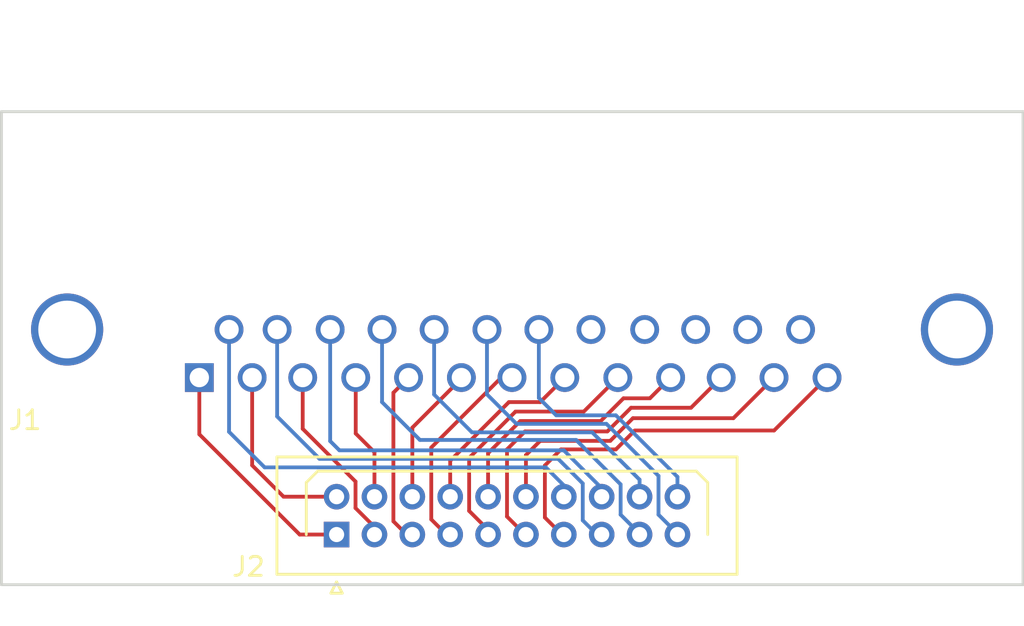
<source format=kicad_pcb>
(kicad_pcb (version 4) (host pcbnew 4.0.6)

  (general
    (links 20)
    (no_connects 0)
    (area 137.974999 90.874999 192.075001 116.025001)
    (thickness 1.6)
    (drawings 4)
    (tracks 105)
    (zones 0)
    (modules 2)
    (nets 26)
  )

  (page A4)
  (layers
    (0 F.Cu signal)
    (31 B.Cu signal)
    (32 B.Adhes user)
    (33 F.Adhes user)
    (34 B.Paste user)
    (35 F.Paste user)
    (36 B.SilkS user)
    (37 F.SilkS user)
    (38 B.Mask user)
    (39 F.Mask user)
    (40 Dwgs.User user)
    (41 Cmts.User user)
    (42 Eco1.User user)
    (43 Eco2.User user)
    (44 Edge.Cuts user)
    (45 Margin user)
    (46 B.CrtYd user)
    (47 F.CrtYd user)
    (48 B.Fab user)
    (49 F.Fab user)
  )

  (setup
    (last_trace_width 0.2)
    (trace_clearance 0.2)
    (zone_clearance 0.508)
    (zone_45_only no)
    (trace_min 0.2)
    (segment_width 0.2)
    (edge_width 0.15)
    (via_size 0.6)
    (via_drill 0.4)
    (via_min_size 0.4)
    (via_min_drill 0.3)
    (uvia_size 0.3)
    (uvia_drill 0.1)
    (uvias_allowed no)
    (uvia_min_size 0.2)
    (uvia_min_drill 0.1)
    (pcb_text_width 0.3)
    (pcb_text_size 1.5 1.5)
    (mod_edge_width 0.15)
    (mod_text_size 1 1)
    (mod_text_width 0.15)
    (pad_size 1.524 1.524)
    (pad_drill 0.762)
    (pad_to_mask_clearance 0.2)
    (aux_axis_origin 0 0)
    (visible_elements FFFFFF7F)
    (pcbplotparams
      (layerselection 0x00030_80000001)
      (usegerberextensions false)
      (excludeedgelayer true)
      (linewidth 0.100000)
      (plotframeref false)
      (viasonmask false)
      (mode 1)
      (useauxorigin false)
      (hpglpennumber 1)
      (hpglpenspeed 20)
      (hpglpendiameter 15)
      (hpglpenoverlay 2)
      (psnegative false)
      (psa4output false)
      (plotreference true)
      (plotvalue true)
      (plotinvisibletext false)
      (padsonsilk false)
      (subtractmaskfromsilk false)
      (outputformat 1)
      (mirror false)
      (drillshape 1)
      (scaleselection 1)
      (outputdirectory ""))
  )

  (net 0 "")
  (net 1 "Net-(J1-Pad1)")
  (net 2 "Net-(J1-Pad2)")
  (net 3 "Net-(J1-Pad3)")
  (net 4 "Net-(J1-Pad4)")
  (net 5 "Net-(J1-Pad5)")
  (net 6 "Net-(J1-Pad6)")
  (net 7 "Net-(J1-Pad7)")
  (net 8 "Net-(J1-Pad8)")
  (net 9 "Net-(J1-Pad9)")
  (net 10 "Net-(J1-Pad10)")
  (net 11 "Net-(J1-Pad11)")
  (net 12 "Net-(J1-Pad12)")
  (net 13 "Net-(J1-Pad13)")
  (net 14 "Net-(J1-Pad14)")
  (net 15 "Net-(J1-Pad15)")
  (net 16 "Net-(J1-Pad16)")
  (net 17 "Net-(J1-Pad17)")
  (net 18 "Net-(J1-Pad18)")
  (net 19 "Net-(J1-Pad19)")
  (net 20 "Net-(J1-Pad20)")
  (net 21 "Net-(J1-Pad21)")
  (net 22 "Net-(J1-Pad22)")
  (net 23 "Net-(J1-Pad23)")
  (net 24 "Net-(J1-Pad24)")
  (net 25 "Net-(J1-Pad25)")

  (net_class Default "This is the default net class."
    (clearance 0.2)
    (trace_width 0.2)
    (via_dia 0.6)
    (via_drill 0.4)
    (uvia_dia 0.3)
    (uvia_drill 0.1)
    (add_net "Net-(J1-Pad1)")
    (add_net "Net-(J1-Pad10)")
    (add_net "Net-(J1-Pad11)")
    (add_net "Net-(J1-Pad12)")
    (add_net "Net-(J1-Pad13)")
    (add_net "Net-(J1-Pad14)")
    (add_net "Net-(J1-Pad15)")
    (add_net "Net-(J1-Pad16)")
    (add_net "Net-(J1-Pad17)")
    (add_net "Net-(J1-Pad18)")
    (add_net "Net-(J1-Pad19)")
    (add_net "Net-(J1-Pad2)")
    (add_net "Net-(J1-Pad20)")
    (add_net "Net-(J1-Pad21)")
    (add_net "Net-(J1-Pad22)")
    (add_net "Net-(J1-Pad23)")
    (add_net "Net-(J1-Pad24)")
    (add_net "Net-(J1-Pad25)")
    (add_net "Net-(J1-Pad3)")
    (add_net "Net-(J1-Pad4)")
    (add_net "Net-(J1-Pad5)")
    (add_net "Net-(J1-Pad6)")
    (add_net "Net-(J1-Pad7)")
    (add_net "Net-(J1-Pad8)")
    (add_net "Net-(J1-Pad9)")
  )

  (module Connectors:DB25FC (layer F.Cu) (tedit 598A544B) (tstamp 598A5275)
    (at 148.5011 105.0036)
    (descr "Connecteur DB25 femelle couche")
    (tags "CONN DB25")
    (path /598A4F54)
    (fp_text reference J1 (at -9.2011 2.2464) (layer F.SilkS)
      (effects (font (size 1 1) (thickness 0.15)))
    )
    (fp_text value DB25_FEMALE (at 16.51 -7.62) (layer F.Fab)
      (effects (font (size 1 1) (thickness 0.15)))
    )
    (fp_line (start 43.18 -12.7) (end 43.18 1.27) (layer F.Fab) (width 0.1))
    (fp_line (start 35.56 -7.62) (end 35.56 1.27) (layer F.Fab) (width 0.1))
    (fp_line (start 37.47 -12.7) (end 37.47 -7.62) (layer F.Fab) (width 0.1))
    (fp_line (start -4.44 -12.7) (end -4.44 -7.62) (layer F.Fab) (width 0.1))
    (fp_line (start -2.54 -7.62) (end -2.54 1.27) (layer F.Fab) (width 0.1))
    (fp_line (start -10.16 1.27) (end -10.16 -12.7) (layer F.Fab) (width 0.1))
    (fp_line (start 43.18 -7.62) (end 35.56 -7.62) (layer F.Fab) (width 0.1))
    (fp_line (start -10.16 -7.62) (end -2.54 -7.62) (layer F.Fab) (width 0.1))
    (fp_line (start 36.83 -9.53) (end 36.83 -12.7) (layer F.Fab) (width 0.1))
    (fp_line (start -3.81 -9.53) (end -3.81 -12.7) (layer F.Fab) (width 0.1))
    (fp_line (start 36.83 -19.68) (end 36.83 -13.97) (layer F.Fab) (width 0.1))
    (fp_line (start -3.81 -19.68) (end -3.81 -13.97) (layer F.Fab) (width 0.1))
    (fp_line (start 43.18 -12.7) (end 43.18 -13.97) (layer F.Fab) (width 0.1))
    (fp_line (start 43.18 -13.97) (end -10.16 -13.97) (layer F.Fab) (width 0.1))
    (fp_line (start -10.16 -13.97) (end -10.16 -12.7) (layer F.Fab) (width 0.1))
    (fp_line (start -10.16 -12.7) (end 43.18 -12.7) (layer F.Fab) (width 0.1))
    (fp_line (start 35.56 1.27) (end 43.18 1.27) (layer F.Fab) (width 0.1))
    (fp_line (start -3.81 -9.53) (end 36.83 -9.53) (layer F.Fab) (width 0.1))
    (fp_line (start -3.81 -19.68) (end 36.83 -19.68) (layer F.Fab) (width 0.1))
    (fp_line (start -10.16 1.27) (end -2.54 1.27) (layer F.Fab) (width 0.1))
    (fp_line (start -10.41 -19.93) (end 43.43 -19.93) (layer F.CrtYd) (width 0.05))
    (fp_line (start -10.41 -19.93) (end -10.41 1.52) (layer F.CrtYd) (width 0.05))
    (fp_line (start 43.43 1.52) (end 43.43 -19.93) (layer F.CrtYd) (width 0.05))
    (fp_line (start 43.43 1.52) (end -10.41 1.52) (layer F.CrtYd) (width 0.05))
    (pad "" thru_hole circle (at 40.01 -2.54) (size 3.81 3.81) (drill 3.05) (layers *.Cu *.Mask))
    (pad "" thru_hole circle (at -6.98 -2.54) (size 3.81 3.81) (drill 3.05) (layers *.Cu *.Mask))
    (pad 1 thru_hole rect (at 0 0) (size 1.52 1.52) (drill 1.02) (layers *.Cu *.Mask)
      (net 1 "Net-(J1-Pad1)"))
    (pad 2 thru_hole circle (at 2.79 0) (size 1.52 1.52) (drill 1.02) (layers *.Cu *.Mask)
      (net 2 "Net-(J1-Pad2)"))
    (pad 3 thru_hole circle (at 5.46 0) (size 1.52 1.52) (drill 1.02) (layers *.Cu *.Mask)
      (net 3 "Net-(J1-Pad3)"))
    (pad 4 thru_hole circle (at 8.26 0) (size 1.52 1.52) (drill 1.02) (layers *.Cu *.Mask)
      (net 4 "Net-(J1-Pad4)"))
    (pad 5 thru_hole circle (at 11.05 0) (size 1.52 1.52) (drill 1.02) (layers *.Cu *.Mask)
      (net 5 "Net-(J1-Pad5)"))
    (pad 6 thru_hole circle (at 13.84 0) (size 1.52 1.52) (drill 1.02) (layers *.Cu *.Mask)
      (net 6 "Net-(J1-Pad6)"))
    (pad 7 thru_hole circle (at 16.51 0) (size 1.52 1.52) (drill 1.02) (layers *.Cu *.Mask)
      (net 7 "Net-(J1-Pad7)"))
    (pad 8 thru_hole circle (at 19.3 0) (size 1.52 1.52) (drill 1.02) (layers *.Cu *.Mask)
      (net 8 "Net-(J1-Pad8)"))
    (pad 9 thru_hole circle (at 22.1 0) (size 1.52 1.52) (drill 1.02) (layers *.Cu *.Mask)
      (net 9 "Net-(J1-Pad9)"))
    (pad 10 thru_hole circle (at 24.89 0) (size 1.52 1.52) (drill 1.02) (layers *.Cu *.Mask)
      (net 10 "Net-(J1-Pad10)"))
    (pad 11 thru_hole circle (at 27.56 0) (size 1.52 1.52) (drill 1.02) (layers *.Cu *.Mask)
      (net 11 "Net-(J1-Pad11)"))
    (pad 12 thru_hole circle (at 30.35 0) (size 1.52 1.52) (drill 1.02) (layers *.Cu *.Mask)
      (net 12 "Net-(J1-Pad12)"))
    (pad 13 thru_hole circle (at 33.15 0) (size 1.52 1.52) (drill 1.02) (layers *.Cu *.Mask)
      (net 13 "Net-(J1-Pad13)"))
    (pad 14 thru_hole circle (at 1.57 -2.54) (size 1.52 1.52) (drill 1.02) (layers *.Cu *.Mask)
      (net 14 "Net-(J1-Pad14)"))
    (pad 15 thru_hole circle (at 4.11 -2.54) (size 1.52 1.52) (drill 1.02) (layers *.Cu *.Mask)
      (net 15 "Net-(J1-Pad15)"))
    (pad 16 thru_hole circle (at 6.91 -2.54) (size 1.52 1.52) (drill 1.02) (layers *.Cu *.Mask)
      (net 16 "Net-(J1-Pad16)"))
    (pad 17 thru_hole circle (at 9.65 -2.54) (size 1.52 1.52) (drill 1.02) (layers *.Cu *.Mask)
      (net 17 "Net-(J1-Pad17)"))
    (pad 18 thru_hole circle (at 12.4 -2.54) (size 1.52 1.52) (drill 1.02) (layers *.Cu *.Mask)
      (net 18 "Net-(J1-Pad18)"))
    (pad 19 thru_hole circle (at 15.19 -2.54) (size 1.52 1.52) (drill 1.02) (layers *.Cu *.Mask)
      (net 19 "Net-(J1-Pad19)"))
    (pad 20 thru_hole circle (at 17.93 -2.54) (size 1.52 1.52) (drill 1.02) (layers *.Cu *.Mask)
      (net 20 "Net-(J1-Pad20)"))
    (pad 21 thru_hole circle (at 20.68 -2.54) (size 1.52 1.52) (drill 1.02) (layers *.Cu *.Mask)
      (net 21 "Net-(J1-Pad21)"))
    (pad 22 thru_hole circle (at 23.52 -2.54) (size 1.52 1.52) (drill 1.02) (layers *.Cu *.Mask)
      (net 22 "Net-(J1-Pad22)"))
    (pad 23 thru_hole circle (at 26.21 -2.54) (size 1.52 1.52) (drill 1.02) (layers *.Cu *.Mask)
      (net 23 "Net-(J1-Pad23)"))
    (pad 24 thru_hole circle (at 28.96 -2.54) (size 1.52 1.52) (drill 1.02) (layers *.Cu *.Mask)
      (net 24 "Net-(J1-Pad24)"))
    (pad 25 thru_hole circle (at 31.75 -2.54) (size 1.52 1.52) (drill 1.02) (layers *.Cu *.Mask)
      (net 25 "Net-(J1-Pad25)"))
    (model ${KISYS3DMOD}/Connectors.3dshapes/DB25FC.wrl
      (at (xyz 0.65 0.05 0))
      (scale (xyz 1 1 1))
      (rotate (xyz 0 0 0))
    )
  )

  (module Connectors_Harwin:Harwin_LTek-Male_2x10x2.00mm_Straight (layer F.Cu) (tedit 598A5451) (tstamp 598A528D)
    (at 155.75 113.3)
    (descr "Harwin LTek Connector, 20 pins, single row male, vertical entry")
    (tags "connector harwin ltek M80")
    (path /598A4EB7)
    (fp_text reference J2 (at -4.65 1.7) (layer F.SilkS)
      (effects (font (size 1 1) (thickness 0.15)))
    )
    (fp_text value CONN_01X20 (at 9 4) (layer F.Fab)
      (effects (font (size 1 1) (thickness 0.15)))
    )
    (fp_line (start -3.15 -4.1) (end -3.15 2.1) (layer F.SilkS) (width 0.15))
    (fp_line (start -3.15 2.1) (end 21.15 2.1) (layer F.SilkS) (width 0.15))
    (fp_line (start 21.15 2.1) (end 21.15 -4.1) (layer F.SilkS) (width 0.15))
    (fp_line (start 21.15 -4.1) (end -3.15 -4.1) (layer F.SilkS) (width 0.15))
    (fp_line (start -3.55 -4.5) (end -3.55 2.5) (layer F.CrtYd) (width 0.05))
    (fp_line (start -3.55 2.5) (end 21.55 2.5) (layer F.CrtYd) (width 0.05))
    (fp_line (start 21.55 2.5) (end 21.55 -4.5) (layer F.CrtYd) (width 0.05))
    (fp_line (start 21.55 -4.5) (end -3.55 -4.5) (layer F.CrtYd) (width 0.05))
    (fp_line (start -3.05 -4) (end -3.05 2) (layer F.Fab) (width 0.05))
    (fp_line (start -3.05 2) (end 21.05 2) (layer F.Fab) (width 0.05))
    (fp_line (start 21.05 2) (end 21.05 -4) (layer F.Fab) (width 0.05))
    (fp_line (start 21.05 -4) (end -3.05 -4) (layer F.Fab) (width 0.05))
    (fp_line (start -1.75 1.5) (end -1.75 -2.75) (layer F.Fab) (width 0.05))
    (fp_line (start -1.75 -2.75) (end -1 -3.5) (layer F.Fab) (width 0.05))
    (fp_line (start -1 -3.5) (end 19 -3.5) (layer F.Fab) (width 0.05))
    (fp_line (start 19 -3.5) (end 19.75 -2.75) (layer F.Fab) (width 0.05))
    (fp_line (start 19.75 -2.75) (end 19.75 1.5) (layer F.Fab) (width 0.05))
    (fp_line (start 19.75 1.5) (end -1.75 1.5) (layer F.Fab) (width 0.05))
    (fp_line (start -1.6 0) (end -1.6 -2.75) (layer F.SilkS) (width 0.15))
    (fp_line (start -1.6 -2.75) (end -1 -3.35) (layer F.SilkS) (width 0.15))
    (fp_line (start -1 -3.35) (end 9 -3.35) (layer F.SilkS) (width 0.15))
    (fp_line (start 19.6 0) (end 19.6 -2.75) (layer F.SilkS) (width 0.15))
    (fp_line (start 19.6 -2.75) (end 19 -3.35) (layer F.SilkS) (width 0.15))
    (fp_line (start 19 -3.35) (end 9 -3.35) (layer F.SilkS) (width 0.15))
    (fp_line (start 0 2.5) (end -0.3 3.1) (layer F.SilkS) (width 0.15))
    (fp_line (start -0.3 3.1) (end 0.3 3.1) (layer F.SilkS) (width 0.15))
    (fp_line (start 0.3 3.1) (end 0 2.5) (layer F.SilkS) (width 0.15))
    (pad 1 thru_hole rect (at 0 0) (size 1.35 1.35) (drill 0.8) (layers *.Cu *.Mask)
      (net 1 "Net-(J1-Pad1)"))
    (pad 3 thru_hole circle (at 2 0) (size 1.35 1.35) (drill 0.8) (layers *.Cu *.Mask)
      (net 3 "Net-(J1-Pad3)"))
    (pad 5 thru_hole circle (at 4 0) (size 1.35 1.35) (drill 0.8) (layers *.Cu *.Mask)
      (net 5 "Net-(J1-Pad5)"))
    (pad 7 thru_hole circle (at 6 0) (size 1.35 1.35) (drill 0.8) (layers *.Cu *.Mask)
      (net 7 "Net-(J1-Pad7)"))
    (pad 9 thru_hole circle (at 8 0) (size 1.35 1.35) (drill 0.8) (layers *.Cu *.Mask)
      (net 9 "Net-(J1-Pad9)"))
    (pad 11 thru_hole circle (at 10 0) (size 1.35 1.35) (drill 0.8) (layers *.Cu *.Mask)
      (net 11 "Net-(J1-Pad11)"))
    (pad 13 thru_hole circle (at 12 0) (size 1.35 1.35) (drill 0.8) (layers *.Cu *.Mask)
      (net 13 "Net-(J1-Pad13)"))
    (pad 15 thru_hole circle (at 14 0) (size 1.35 1.35) (drill 0.8) (layers *.Cu *.Mask)
      (net 15 "Net-(J1-Pad15)"))
    (pad 17 thru_hole circle (at 16 0) (size 1.35 1.35) (drill 0.8) (layers *.Cu *.Mask)
      (net 17 "Net-(J1-Pad17)"))
    (pad 19 thru_hole circle (at 18 0) (size 1.35 1.35) (drill 0.8) (layers *.Cu *.Mask)
      (net 19 "Net-(J1-Pad19)"))
    (pad 2 thru_hole circle (at 0 -2) (size 1.35 1.35) (drill 0.8) (layers *.Cu *.Mask)
      (net 2 "Net-(J1-Pad2)"))
    (pad 4 thru_hole circle (at 2 -2) (size 1.35 1.35) (drill 0.8) (layers *.Cu *.Mask)
      (net 4 "Net-(J1-Pad4)"))
    (pad 6 thru_hole circle (at 4 -2) (size 1.35 1.35) (drill 0.8) (layers *.Cu *.Mask)
      (net 6 "Net-(J1-Pad6)"))
    (pad 8 thru_hole circle (at 6 -2) (size 1.35 1.35) (drill 0.8) (layers *.Cu *.Mask)
      (net 8 "Net-(J1-Pad8)"))
    (pad 10 thru_hole circle (at 8 -2) (size 1.35 1.35) (drill 0.8) (layers *.Cu *.Mask)
      (net 10 "Net-(J1-Pad10)"))
    (pad 12 thru_hole circle (at 10 -2) (size 1.35 1.35) (drill 0.8) (layers *.Cu *.Mask)
      (net 12 "Net-(J1-Pad12)"))
    (pad 14 thru_hole circle (at 12 -2) (size 1.35 1.35) (drill 0.8) (layers *.Cu *.Mask)
      (net 14 "Net-(J1-Pad14)"))
    (pad 16 thru_hole circle (at 14 -2) (size 1.35 1.35) (drill 0.8) (layers *.Cu *.Mask)
      (net 16 "Net-(J1-Pad16)"))
    (pad 18 thru_hole circle (at 16 -2) (size 1.35 1.35) (drill 0.8) (layers *.Cu *.Mask)
      (net 18 "Net-(J1-Pad18)"))
    (pad 20 thru_hole circle (at 18 -2) (size 1.35 1.35) (drill 0.8) (layers *.Cu *.Mask)
      (net 20 "Net-(J1-Pad20)"))
    (model Connectors_Harwin.3dshapes/Harwin_LTek-Male_2x10x2.00mm_Straight.wrl
      (at (xyz 0 0 0))
      (scale (xyz 1 1 1))
      (rotate (xyz 0 0 0))
    )
  )

  (gr_line (start 192 90.95) (end 138.05 90.95) (angle 90) (layer Edge.Cuts) (width 0.15))
  (gr_line (start 192 115.95) (end 192 90.95) (angle 90) (layer Edge.Cuts) (width 0.15))
  (gr_line (start 138.05 115.95) (end 192 115.95) (angle 90) (layer Edge.Cuts) (width 0.15))
  (gr_line (start 138.05 90.95) (end 138.05 115.95) (angle 90) (layer Edge.Cuts) (width 0.15))

  (segment (start 155.75 113.3) (end 153.8 113.3) (width 0.2) (layer F.Cu) (net 1) (status 400000))
  (segment (start 148.5011 108.0011) (end 148.5011 105.0036) (width 0.2) (layer F.Cu) (net 1) (tstamp 598A5318) (status 800000))
  (segment (start 153.8 113.3) (end 148.5011 108.0011) (width 0.2) (layer F.Cu) (net 1) (tstamp 598A5316))
  (segment (start 155.75 111.3) (end 152.95 111.3) (width 0.2) (layer F.Cu) (net 2) (status 400000))
  (segment (start 151.2911 109.6411) (end 151.2911 105.0036) (width 0.2) (layer F.Cu) (net 2) (tstamp 598A531E) (status 800000))
  (segment (start 152.95 111.3) (end 151.2911 109.6411) (width 0.2) (layer F.Cu) (net 2) (tstamp 598A531C))
  (segment (start 157.75 113.3) (end 157.75 112.9) (width 0.2) (layer F.Cu) (net 3) (status C00000))
  (segment (start 157.75 112.9) (end 156.75 111.9) (width 0.2) (layer F.Cu) (net 3) (tstamp 598A5322) (status 400000))
  (segment (start 156.75 111.9) (end 156.75 110.5) (width 0.2) (layer F.Cu) (net 3) (tstamp 598A5323))
  (segment (start 156.75 110.5) (end 153.9611 107.7111) (width 0.2) (layer F.Cu) (net 3) (tstamp 598A5325))
  (segment (start 153.9611 107.7111) (end 153.9611 105.0036) (width 0.2) (layer F.Cu) (net 3) (tstamp 598A5327) (status 800000))
  (segment (start 157.75 111.3) (end 157.75 108.95) (width 0.2) (layer F.Cu) (net 4) (status 400000))
  (segment (start 156.7611 107.9611) (end 156.7611 105.0036) (width 0.2) (layer F.Cu) (net 4) (tstamp 598A532D) (status 800000))
  (segment (start 157.75 108.95) (end 156.7611 107.9611) (width 0.2) (layer F.Cu) (net 4) (tstamp 598A532B))
  (segment (start 159.75 113.3) (end 159.45 113.3) (width 0.2) (layer F.Cu) (net 5) (status C00000))
  (segment (start 159.45 113.3) (end 158.75 112.6) (width 0.2) (layer F.Cu) (net 5) (tstamp 598A5331) (status 400000))
  (segment (start 158.75 112.6) (end 158.75 105.8047) (width 0.2) (layer F.Cu) (net 5) (tstamp 598A5332))
  (segment (start 158.75 105.8047) (end 159.5511 105.0036) (width 0.2) (layer F.Cu) (net 5) (tstamp 598A5333) (status 800000))
  (segment (start 159.75 111.3) (end 159.75 107.65) (width 0.2) (layer F.Cu) (net 6) (status 400000))
  (segment (start 159.75 107.65) (end 162.3411 105.0589) (width 0.2) (layer F.Cu) (net 6) (tstamp 598A5337) (status 800000))
  (segment (start 162.3411 105.0589) (end 162.3411 105.0036) (width 0.2) (layer F.Cu) (net 6) (tstamp 598A5339) (status C00000))
  (segment (start 161.75 113.3) (end 161.55 113.3) (width 0.2) (layer F.Cu) (net 7) (status C00000))
  (segment (start 161.55 113.3) (end 160.75 112.5) (width 0.2) (layer F.Cu) (net 7) (tstamp 598A533C) (status 400000))
  (segment (start 160.75 112.5) (end 160.75 108.7) (width 0.2) (layer F.Cu) (net 7) (tstamp 598A533D))
  (segment (start 160.75 108.7) (end 164.4464 105.0036) (width 0.2) (layer F.Cu) (net 7) (tstamp 598A533F) (status 800000))
  (segment (start 164.4464 105.0036) (end 165.0111 105.0036) (width 0.2) (layer F.Cu) (net 7) (tstamp 598A5341) (status C00000))
  (segment (start 161.75 111.3) (end 161.75 109.4) (width 0.2) (layer F.Cu) (net 8) (status 400000))
  (segment (start 166.5047 106.3) (end 167.8011 105.0036) (width 0.2) (layer F.Cu) (net 8) (tstamp 598A5348) (status 800000))
  (segment (start 164.85 106.3) (end 166.5047 106.3) (width 0.2) (layer F.Cu) (net 8) (tstamp 598A5346))
  (segment (start 161.75 109.4) (end 164.85 106.3) (width 0.2) (layer F.Cu) (net 8) (tstamp 598A5344))
  (segment (start 163.75 113.3) (end 163.75 113.05) (width 0.2) (layer F.Cu) (net 9) (status C00000))
  (segment (start 163.75 113.05) (end 162.75 112.05) (width 0.2) (layer F.Cu) (net 9) (tstamp 598A534C) (status 400000))
  (segment (start 162.75 112.05) (end 162.75 109.25) (width 0.2) (layer F.Cu) (net 9) (tstamp 598A534D))
  (segment (start 162.75 109.25) (end 165.2 106.8) (width 0.2) (layer F.Cu) (net 9) (tstamp 598A534F))
  (segment (start 165.2 106.8) (end 168.8047 106.8) (width 0.2) (layer F.Cu) (net 9) (tstamp 598A5351))
  (segment (start 168.8047 106.8) (end 170.6011 105.0036) (width 0.2) (layer F.Cu) (net 9) (tstamp 598A5353) (status 800000))
  (segment (start 163.75 111.3) (end 163.75 109) (width 0.2) (layer F.Cu) (net 10) (status 400000))
  (segment (start 172.2947 106.1) (end 173.3911 105.0036) (width 0.2) (layer F.Cu) (net 10) (tstamp 598A535D) (status 800000))
  (segment (start 170.9 106.1) (end 172.2947 106.1) (width 0.2) (layer F.Cu) (net 10) (tstamp 598A535B))
  (segment (start 169.7 107.3) (end 170.9 106.1) (width 0.2) (layer F.Cu) (net 10) (tstamp 598A535A))
  (segment (start 165.45 107.3) (end 169.7 107.3) (width 0.2) (layer F.Cu) (net 10) (tstamp 598A5358))
  (segment (start 163.75 109) (end 165.45 107.3) (width 0.2) (layer F.Cu) (net 10) (tstamp 598A5357))
  (segment (start 165.75 113.3) (end 165.7 113.3) (width 0.2) (layer F.Cu) (net 11) (status C00000))
  (segment (start 165.7 113.3) (end 164.75 112.35) (width 0.2) (layer F.Cu) (net 11) (tstamp 598A5361) (status 400000))
  (segment (start 164.75 112.35) (end 164.75 108.8) (width 0.2) (layer F.Cu) (net 11) (tstamp 598A5362))
  (segment (start 164.75 108.8) (end 165.7 107.85) (width 0.2) (layer F.Cu) (net 11) (tstamp 598A5364))
  (segment (start 165.7 107.85) (end 170.05 107.85) (width 0.2) (layer F.Cu) (net 11) (tstamp 598A5365))
  (segment (start 170.05 107.85) (end 171.3 106.6) (width 0.2) (layer F.Cu) (net 11) (tstamp 598A5367))
  (segment (start 171.3 106.6) (end 174.4647 106.6) (width 0.2) (layer F.Cu) (net 11) (tstamp 598A5369))
  (segment (start 174.4647 106.6) (end 176.0611 105.0036) (width 0.2) (layer F.Cu) (net 11) (tstamp 598A536B) (status 800000))
  (segment (start 165.75 111.3) (end 165.75 109.1) (width 0.2) (layer F.Cu) (net 12) (status 400000))
  (segment (start 176.7047 107.15) (end 178.8511 105.0036) (width 0.2) (layer F.Cu) (net 12) (tstamp 598A5375) (status 800000))
  (segment (start 171.4 107.15) (end 176.7047 107.15) (width 0.2) (layer F.Cu) (net 12) (tstamp 598A5373))
  (segment (start 170.2 108.35) (end 171.4 107.15) (width 0.2) (layer F.Cu) (net 12) (tstamp 598A5371))
  (segment (start 166.5 108.35) (end 170.2 108.35) (width 0.2) (layer F.Cu) (net 12) (tstamp 598A5370))
  (segment (start 165.75 109.1) (end 166.5 108.35) (width 0.2) (layer F.Cu) (net 12) (tstamp 598A536F))
  (segment (start 167.75 113.3) (end 167.65 113.3) (width 0.2) (layer F.Cu) (net 13) (status C00000))
  (segment (start 167.65 113.3) (end 166.75 112.4) (width 0.2) (layer F.Cu) (net 13) (tstamp 598A5379) (status 400000))
  (segment (start 166.75 112.4) (end 166.75 109.65) (width 0.2) (layer F.Cu) (net 13) (tstamp 598A537A))
  (segment (start 166.75 109.65) (end 167.6 108.8) (width 0.2) (layer F.Cu) (net 13) (tstamp 598A537C))
  (segment (start 167.6 108.8) (end 170.5 108.8) (width 0.2) (layer F.Cu) (net 13) (tstamp 598A537D))
  (segment (start 170.5 108.8) (end 171.5 107.8) (width 0.2) (layer F.Cu) (net 13) (tstamp 598A537F))
  (segment (start 171.5 107.8) (end 178.8547 107.8) (width 0.2) (layer F.Cu) (net 13) (tstamp 598A5381))
  (segment (start 178.8547 107.8) (end 181.6511 105.0036) (width 0.2) (layer F.Cu) (net 13) (tstamp 598A5383) (status 800000))
  (segment (start 167.75 111.3) (end 167.75 110.7) (width 0.2) (layer B.Cu) (net 14) (status C00000))
  (segment (start 167.75 110.7) (end 166.8 109.75) (width 0.2) (layer B.Cu) (net 14) (tstamp 598A5388) (status 400000))
  (segment (start 166.8 109.75) (end 151.95 109.75) (width 0.2) (layer B.Cu) (net 14) (tstamp 598A5389))
  (segment (start 151.95 109.75) (end 150.0711 107.8711) (width 0.2) (layer B.Cu) (net 14) (tstamp 598A538B))
  (segment (start 150.0711 107.8711) (end 150.0711 102.4636) (width 0.2) (layer B.Cu) (net 14) (tstamp 598A538D) (status 800000))
  (segment (start 169.75 113.3) (end 169.5 113.3) (width 0.2) (layer B.Cu) (net 15) (status C00000))
  (segment (start 169.5 113.3) (end 168.75 112.55) (width 0.2) (layer B.Cu) (net 15) (tstamp 598A5391) (status 400000))
  (segment (start 168.75 112.55) (end 168.75 110.6) (width 0.2) (layer B.Cu) (net 15) (tstamp 598A5392))
  (segment (start 168.75 110.6) (end 167.45 109.3) (width 0.2) (layer B.Cu) (net 15) (tstamp 598A5393))
  (segment (start 167.45 109.3) (end 154.85 109.3) (width 0.2) (layer B.Cu) (net 15) (tstamp 598A5395))
  (segment (start 154.85 109.3) (end 152.6111 107.0611) (width 0.2) (layer B.Cu) (net 15) (tstamp 598A5397))
  (segment (start 152.6111 107.0611) (end 152.6111 102.4636) (width 0.2) (layer B.Cu) (net 15) (tstamp 598A5399) (status 800000))
  (segment (start 155.4111 102.4636) (end 155.4111 108.3611) (width 0.2) (layer B.Cu) (net 16) (status 400000))
  (segment (start 167.75 108.85) (end 169.75 110.85) (width 0.2) (layer B.Cu) (net 16) (tstamp 598A539F) (status 800000))
  (segment (start 155.9 108.85) (end 167.75 108.85) (width 0.2) (layer B.Cu) (net 16) (tstamp 598A539E))
  (segment (start 155.4111 108.3611) (end 155.9 108.85) (width 0.2) (layer B.Cu) (net 16) (tstamp 598A539D))
  (segment (start 169.75 110.85) (end 169.75 111.3) (width 0.2) (layer B.Cu) (net 16) (tstamp 598A53A1) (status C00000))
  (segment (start 171.75 113.3) (end 171.75 113.25) (width 0.2) (layer B.Cu) (net 17) (status C00000))
  (segment (start 171.75 113.25) (end 170.75 112.25) (width 0.2) (layer B.Cu) (net 17) (tstamp 598A53A4) (status 400000))
  (segment (start 170.75 112.25) (end 170.75 110.65) (width 0.2) (layer B.Cu) (net 17) (tstamp 598A53A5))
  (segment (start 170.75 110.65) (end 168.4 108.3) (width 0.2) (layer B.Cu) (net 17) (tstamp 598A53A7))
  (segment (start 168.4 108.3) (end 160.15 108.3) (width 0.2) (layer B.Cu) (net 17) (tstamp 598A53A9))
  (segment (start 160.15 108.3) (end 158.1511 106.3011) (width 0.2) (layer B.Cu) (net 17) (tstamp 598A53AB))
  (segment (start 158.1511 106.3011) (end 158.1511 102.4636) (width 0.2) (layer B.Cu) (net 17) (tstamp 598A53AD) (status 800000))
  (segment (start 160.9011 102.4636) (end 160.9011 105.9011) (width 0.2) (layer B.Cu) (net 18) (status 400000))
  (segment (start 171.75 110.4) (end 171.75 111.3) (width 0.2) (layer B.Cu) (net 18) (tstamp 598A53B6) (status 800000))
  (segment (start 169.249998 107.899998) (end 171.75 110.4) (width 0.2) (layer B.Cu) (net 18) (tstamp 598A53B4))
  (segment (start 162.899998 107.899998) (end 169.249998 107.899998) (width 0.2) (layer B.Cu) (net 18) (tstamp 598A53B2))
  (segment (start 160.9011 105.9011) (end 162.899998 107.899998) (width 0.2) (layer B.Cu) (net 18) (tstamp 598A53B1))
  (segment (start 173.75 113.3) (end 173.75 113.25) (width 0.2) (layer B.Cu) (net 19) (status C00000))
  (segment (start 173.75 113.25) (end 172.75 112.25) (width 0.2) (layer B.Cu) (net 19) (tstamp 598A53BA) (status 400000))
  (segment (start 172.75 112.25) (end 172.75 110.2) (width 0.2) (layer B.Cu) (net 19) (tstamp 598A53BB))
  (segment (start 172.75 110.2) (end 170 107.45) (width 0.2) (layer B.Cu) (net 19) (tstamp 598A53BD))
  (segment (start 170 107.45) (end 165.25 107.45) (width 0.2) (layer B.Cu) (net 19) (tstamp 598A53BF))
  (segment (start 165.25 107.45) (end 163.6911 105.8911) (width 0.2) (layer B.Cu) (net 19) (tstamp 598A53C1))
  (segment (start 163.6911 105.8911) (end 163.6911 102.4636) (width 0.2) (layer B.Cu) (net 19) (tstamp 598A53C3) (status 800000))
  (segment (start 166.4311 102.4636) (end 166.4311 106.0811) (width 0.2) (layer B.Cu) (net 20) (status 400000))
  (segment (start 173.75 110.25) (end 173.75 111.3) (width 0.2) (layer B.Cu) (net 20) (tstamp 598A53CC) (status 800000))
  (segment (start 170.5 107) (end 173.75 110.25) (width 0.2) (layer B.Cu) (net 20) (tstamp 598A53CA))
  (segment (start 167.35 107) (end 170.5 107) (width 0.2) (layer B.Cu) (net 20) (tstamp 598A53C8))
  (segment (start 166.4311 106.0811) (end 167.35 107) (width 0.2) (layer B.Cu) (net 20) (tstamp 598A53C7))

)

</source>
